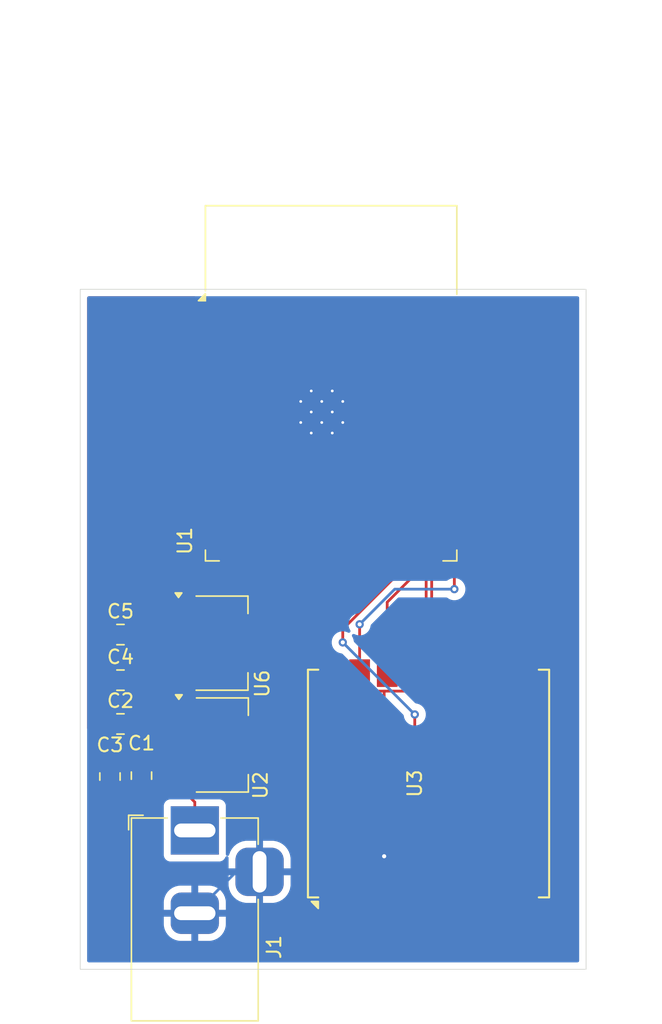
<source format=kicad_pcb>
(kicad_pcb (version 20241229) (generator "pcbnew") (generator_version "9.0")
  (layers (0 "F.Cu" signal) (2 "B.Cu" signal) (13 "F.Paste" user) (15 "B.Paste" user) (5 "F.SilkS" user "F.Silkscreen") (7 "B.SilkS" user "B.Silkscreen") (1 "F.Mask" user) (3 "B.Mask" user) (25 "Edge.Cuts" user))
  (net 0 "")
  (net 1 "GND")
  (net 2 "Net-(U2-VI)")
  (net 3 "+5V")
  (net 4 "+3.3V")
  (net 9 "/Soil_moisture")
  (net 21 "/MISO")
  (net 22 "/~{NSS}")
  (net 23 "/SCL")
  (net 24 "/SDA")
  (net 31 "/SCK")
  (net 32 "/~{RESET}")
  (net 35 "/MOSI")
  (net 36 "/DIO0")
  (net 37 "/DATA")
  (footprint "RF_Module:Ai-Thinker-Ra-01-LoRa" (layer "F.Cu") (at 143.129 103.759 90)
    (property "Reference" "U3" (at 0 -1 90) (layer "F.SilkS"))
    (property "Value" "Ai-Thinker-Ra-02")
    (fp_line (start 8.25 -8.75) (end 8.25 -8) (stroke (width 0.15)) (layer "F.SilkS"))
    (fp_line (start -8.25 -8.75) (end 8.25 -8.75) (stroke (width 0.15)) (layer "F.SilkS"))
    (fp_line (start -8.25 -8) (end -8.25 -8.75) (stroke (width 0.15)) (layer "F.SilkS"))
    (fp_line (start -8.25 8) (end -8.25 8.75) (stroke (width 0.15)) (layer "F.SilkS"))
    (fp_line (start 8.25 8.75) (end 8.25 8) (stroke (width 0.15)) (layer "F.SilkS"))
    (fp_line (start -8.25 8.75) (end 8.25 8.75) (stroke (width 0.15)) (layer "F.SilkS"))
    (fp_poly (pts (xy -8.55 -8) (xy -9.05 -8) (xy -8.55 -8.5) (xy -8.55 -8)) (stroke (width 0.12)) (fill yes) (layer "F.SilkS"))
    (pad "1" smd rect (at -8 -7 90) (size 2 1.5) (layers "F.Cu" "F.Mask" "F.Paste") (net 1 "GND"))
    (pad "2" smd rect (at -8 -5 90) (size 2 1.5) (layers "F.Cu" "F.Mask" "F.Paste") (net 1 "GND"))
    (pad "3" smd rect (at -8 -3 90) (size 2 1.5) (layers "F.Cu" "F.Mask" "F.Paste") (net 3 "+5V"))
    (pad "4" smd rect (at -8 -1 90) (size 2 1.5) (layers "F.Cu" "F.Mask" "F.Paste") (net 32 "/~{RESET}"))
    (pad "5" smd rect (at -8 1 90) (size 2 1.5) (layers "F.Cu" "F.Mask" "F.Paste") (net 36 "/DIO0"))
    (pad "6" smd rect (at -8 3 90) (size 2 1.5) (layers "F.Cu" "F.Mask" "F.Paste"))
    (pad "7" smd rect (at -8 5 90) (size 2 1.5) (layers "F.Cu" "F.Mask" "F.Paste"))
    (pad "8" smd rect (at -8 7 90) (size 2 1.5) (layers "F.Cu" "F.Mask" "F.Paste"))
    (pad "9" smd rect (at 8 7 90) (size 2 1.5) (layers "F.Cu" "F.Mask" "F.Paste") (net 1 "GND"))
    (pad "10" smd rect (at 8 5 90) (size 2 1.5) (layers "F.Cu" "F.Mask" "F.Paste"))
    (pad "11" smd rect (at 8 3 90) (size 2 1.5) (layers "F.Cu" "F.Mask" "F.Paste"))
    (pad "12" smd rect (at 8 1 90) (size 2 1.5) (layers "F.Cu" "F.Mask" "F.Paste") (net 31 "/SCK"))
    (pad "13" smd rect (at 8 -1 90) (size 2 1.5) (layers "F.Cu" "F.Mask" "F.Paste") (net 21 "/MISO"))
    (pad "14" smd rect (at 8 -3 90) (size 2 1.5) (layers "F.Cu" "F.Mask" "F.Paste") (net 35 "/MOSI"))
    (pad "15" smd rect (at 8 -5 90) (size 2 1.5) (layers "F.Cu" "F.Mask" "F.Paste") (net 22 "/~{NSS}"))
    (pad "16" smd rect (at 8 -7 90) (size 2 1.5) (layers "F.Cu" "F.Mask" "F.Paste") (net 1 "GND"))
  )
  (footprint "Connector_BarrelJack:BarrelJack_Horizontal" (layer "F.Cu") (at 126.1695 107.157 90)
    (property "Reference" "J1" (at -8.45 5.75 90) (layer "F.SilkS"))
    (property "Value" "Barrel_Jack_Switch")
    (fp_line (start 0.05 -4.8) (end 1.1 -4.8) (stroke (width 0.12)) (layer "F.SilkS"))
    (fp_line (start 0.9 -4.6) (end 0.9 -2) (stroke (width 0.12)) (layer "F.SilkS"))
    (fp_line (start -13.8 -4.6) (end 0.9 -4.6) (stroke (width 0.12)) (layer "F.SilkS"))
    (fp_line (start 1.1 -3.75) (end 1.1 -4.8) (stroke (width 0.12)) (layer "F.SilkS"))
    (fp_line (start 0.9 1.9) (end 0.9 4.6) (stroke (width 0.12)) (layer "F.SilkS"))
    (fp_line (start 0.9 4.6) (end -1 4.6) (stroke (width 0.12)) (layer "F.SilkS"))
    (fp_line (start -5 4.6) (end -13.8 4.6) (stroke (width 0.12)) (layer "F.SilkS"))
    (fp_line (start -13.8 4.6) (end -13.8 -4.6) (stroke (width 0.12)) (layer "F.SilkS"))
    (pad "1" thru_hole rect (at 0 0 90) (size 3.5 3.5) (drill oval 1 3) (layers "*.Cu" "*.Mask") (net 2 "Net-(U2-VI)"))
    (pad "2" thru_hole roundrect (at -6 0 90) (size 3 3.5) (drill oval 1 3) (layers "*.Cu" "*.Mask") (net 1 "GND"))
    (pad "3" thru_hole roundrect (at -3 4.7 90) (size 3.5 3.5) (drill oval 3 1) (layers "*.Cu" "*.Mask") (net 1 "GND"))
  )
  (footprint "Capacitor_SMD:C_0805_2012Metric" (layer "F.Cu") (at 122.301 103.185 90)
    (property "Reference" "C1" (at 2.347 0 180) (layer "F.SilkS"))
    (property "Value" "1u")
    (fp_line (start -0.261252 -0.735) (end 0.261252 -0.735) (stroke (width 0.12)) (layer "F.SilkS"))
    (fp_line (start -0.261252 0.735) (end 0.261252 0.735) (stroke (width 0.12)) (layer "F.SilkS"))
    (pad "1" smd roundrect (at -0.95 0 90) (size 1 1.45) (layers "F.Cu" "F.Mask" "F.Paste") (net 2 "Net-(U2-VI)"))
    (pad "2" smd roundrect (at 0.95 0 90) (size 1 1.45) (layers "F.Cu" "F.Mask" "F.Paste") (net 1 "GND"))
  )
  (footprint "Capacitor_SMD:C_0805_2012Metric" (layer "F.Cu") (at 120.777 99.441)
    (property "Reference" "C2" (at 0 -1.68 0) (layer "F.SilkS"))
    (property "Value" "0.1u")
    (fp_line (start -0.261252 -0.735) (end 0.261252 -0.735) (stroke (width 0.12)) (layer "F.SilkS"))
    (fp_line (start -0.261252 0.735) (end 0.261252 0.735) (stroke (width 0.12)) (layer "F.SilkS"))
    (pad "1" smd roundrect (at -0.95 0) (size 1 1.45) (layers "F.Cu" "F.Mask" "F.Paste") (net 3 "+5V"))
    (pad "2" smd roundrect (at 0.95 0) (size 1 1.45) (layers "F.Cu" "F.Mask" "F.Paste") (net 1 "GND"))
  )
  (footprint "RF_Module:ESP32-WROOM-32" (layer "F.Cu") (at 136.061 77.744)
    (property "Reference" "U1" (at -10.61 8.43 90) (layer "F.SilkS"))
    (property "Value" "ESP32-WROOM-32")
    (fp_line (start -9.12 -15.86) (end -9.12 -9.7) (stroke (width 0.12)) (layer "F.SilkS"))
    (fp_line (start -9.12 -15.86) (end 9.12 -15.86) (stroke (width 0.12)) (layer "F.SilkS"))
    (fp_line (start -9.12 9.1) (end -9.12 9.88) (stroke (width 0.12)) (layer "F.SilkS"))
    (fp_line (start -9.12 9.88) (end -8.12 9.88) (stroke (width 0.12)) (layer "F.SilkS"))
    (fp_line (start 9.12 -15.86) (end 9.12 -9.445) (stroke (width 0.12)) (layer "F.SilkS"))
    (fp_line (start 9.12 9.1) (end 9.12 9.88) (stroke (width 0.12)) (layer "F.SilkS"))
    (fp_line (start 9.12 9.88) (end 8.12 9.88) (stroke (width 0.12)) (layer "F.SilkS"))
    (fp_poly (pts (xy -9.125 -8.975) (xy -9.625 -8.975) (xy -9.125 -9.475) (xy -9.125 -8.975)) (stroke (width 0.12)) (fill yes) (layer "F.SilkS"))
    (pad "1" smd rect (at -8.75 -8.25) (size 1.5 0.9) (layers "F.Cu" "F.Mask" "F.Paste") (net 1 "GND"))
    (pad "2" smd rect (at -8.75 -6.98) (size 1.5 0.9) (layers "F.Cu" "F.Mask" "F.Paste") (net 4 "+3.3V"))
    (pad "3" smd rect (at -8.75 -5.71) (size 1.5 0.9) (layers "F.Cu" "F.Mask" "F.Paste") (net 4 "+3.3V"))
    (pad "4" smd rect (at -8.75 -4.44) (size 1.5 0.9) (layers "F.Cu" "F.Mask" "F.Paste"))
    (pad "5" smd rect (at -8.75 -3.17) (size 1.5 0.9) (layers "F.Cu" "F.Mask" "F.Paste"))
    (pad "6" smd rect (at -8.75 -1.9) (size 1.5 0.9) (layers "F.Cu" "F.Mask" "F.Paste"))
    (pad "7" smd rect (at -8.75 -0.63) (size 1.5 0.9) (layers "F.Cu" "F.Mask" "F.Paste"))
    (pad "8" smd rect (at -8.75 0.64) (size 1.5 0.9) (layers "F.Cu" "F.Mask" "F.Paste"))
    (pad "9" smd rect (at -8.75 1.91) (size 1.5 0.9) (layers "F.Cu" "F.Mask" "F.Paste"))
    (pad "10" smd rect (at -8.75 3.18) (size 1.5 0.9) (layers "F.Cu" "F.Mask" "F.Paste"))
    (pad "11" smd rect (at -8.75 4.45) (size 1.5 0.9) (layers "F.Cu" "F.Mask" "F.Paste") (net 9 "/Soil_moisture"))
    (pad "12" smd rect (at -8.75 5.72) (size 1.5 0.9) (layers "F.Cu" "F.Mask" "F.Paste"))
    (pad "13" smd rect (at -8.75 6.99) (size 1.5 0.9) (layers "F.Cu" "F.Mask" "F.Paste"))
    (pad "14" smd rect (at -8.75 8.26) (size 1.5 0.9) (layers "F.Cu" "F.Mask" "F.Paste"))
    (pad "15" smd rect (at -5.71 9.51 90) (size 1.5 0.9) (layers "F.Cu" "F.Mask" "F.Paste") (net 1 "GND"))
    (pad "16" smd rect (at -4.44 9.51 90) (size 1.5 0.9) (layers "F.Cu" "F.Mask" "F.Paste"))
    (pad "17" smd rect (at -3.17 9.51 90) (size 1.5 0.9) (layers "F.Cu" "F.Mask" "F.Paste"))
    (pad "18" smd rect (at -1.9 9.51 90) (size 1.5 0.9) (layers "F.Cu" "F.Mask" "F.Paste"))
    (pad "19" smd rect (at -0.63 9.51 90) (size 1.5 0.9) (layers "F.Cu" "F.Mask" "F.Paste"))
    (pad "20" smd rect (at 0.64 9.51 90) (size 1.5 0.9) (layers "F.Cu" "F.Mask" "F.Paste"))
    (pad "21" smd rect (at 1.91 9.51 90) (size 1.5 0.9) (layers "F.Cu" "F.Mask" "F.Paste"))
    (pad "22" smd rect (at 3.18 9.51 90) (size 1.5 0.9) (layers "F.Cu" "F.Mask" "F.Paste"))
    (pad "23" smd rect (at 4.45 9.51 90) (size 1.5 0.9) (layers "F.Cu" "F.Mask" "F.Paste"))
    (pad "24" smd rect (at 5.72 9.51 90) (size 1.5 0.9) (layers "F.Cu" "F.Mask" "F.Paste") (net 32 "/~{RESET}"))
    (pad "25" smd rect (at 8.75 8.26) (size 1.5 0.9) (layers "F.Cu" "F.Mask" "F.Paste"))
    (pad "26" smd rect (at 8.75 6.99) (size 1.5 0.9) (layers "F.Cu" "F.Mask" "F.Paste") (net 36 "/DIO0"))
    (pad "27" smd rect (at 8.75 5.72) (size 1.5 0.9) (layers "F.Cu" "F.Mask" "F.Paste"))
    (pad "28" smd rect (at 8.75 4.45) (size 1.5 0.9) (layers "F.Cu" "F.Mask" "F.Paste") (net 37 "/DATA"))
    (pad "29" smd rect (at 8.75 3.18) (size 1.5 0.9) (layers "F.Cu" "F.Mask" "F.Paste") (net 22 "/~{NSS}"))
    (pad "30" smd rect (at 8.75 1.91) (size 1.5 0.9) (layers "F.Cu" "F.Mask" "F.Paste") (net 31 "/SCK"))
    (pad "31" smd rect (at 8.75 0.64) (size 1.5 0.9) (layers "F.Cu" "F.Mask" "F.Paste") (net 21 "/MISO"))
    (pad "32" smd rect (at 8.75 -0.63) (size 1.5 0.9) (layers "F.Cu" "F.Mask" "F.Paste"))
    (pad "33" smd rect (at 8.75 -1.9) (size 1.5 0.9) (layers "F.Cu" "F.Mask" "F.Paste") (net 24 "/SDA"))
    (pad "34" smd rect (at 8.75 -3.17) (size 1.5 0.9) (layers "F.Cu" "F.Mask" "F.Paste"))
    (pad "35" smd rect (at 8.75 -4.44) (size 1.5 0.9) (layers "F.Cu" "F.Mask" "F.Paste"))
    (pad "36" smd rect (at 8.75 -5.71) (size 1.5 0.9) (layers "F.Cu" "F.Mask" "F.Paste") (net 23 "/SCL"))
    (pad "37" smd rect (at 8.75 -6.98) (size 1.5 0.9) (layers "F.Cu" "F.Mask" "F.Paste") (net 35 "/MOSI"))
    (pad "38" smd rect (at 8.75 -8.25) (size 1.5 0.9) (layers "F.Cu" "F.Mask" "F.Paste") (net 1 "GND"))
    (pad "39" smd rect (at -2.205 -2.435) (size 1.05 1.05) (layers "F.Cu" "F.Paste") (net 1 "GND"))
    (pad "39" thru_hole circle (at -2.205 -1.6725) (size 0.6 0.6) (drill 0.2) (property pad_prop_heatsink) (layers "*.Cu" "F.Mask") (net 1 "GND"))
    (pad "39" smd rect (at -2.205 -0.91) (size 1.05 1.05) (layers "F.Cu" "F.Paste") (net 1 "GND"))
    (pad "39" thru_hole circle (at -2.205 -0.1475) (size 0.6 0.6) (drill 0.2) (property pad_prop_heatsink) (layers "*.Cu" "F.Mask") (net 1 "GND"))
    (pad "39" smd rect (at -2.205 0.615) (size 1.05 1.05) (layers "F.Cu" "F.Paste") (net 1 "GND"))
    (pad "39" thru_hole circle (at -1.4425 -2.435) (size 0.6 0.6) (drill 0.2) (property pad_prop_heatsink) (layers "*.Cu" "F.Mask") (net 1 "GND"))
    (pad "39" thru_hole circle (at -1.4425 -0.91) (size 0.6 0.6) (drill 0.2) (property pad_prop_heatsink) (layers "*.Cu" "F.Mask") (net 1 "GND"))
    (pad "39" thru_hole circle (at -1.4425 0.615) (size 0.6 0.6) (drill 0.2) (property pad_prop_heatsink) (layers "*.Cu" "F.Mask") (net 1 "GND"))
    (pad "39" smd rect (at -0.68 -2.435) (size 1.05 1.05) (layers "F.Cu" "F.Paste") (net 1 "GND"))
    (pad "39" thru_hole circle (at -0.68 -1.6725) (size 0.6 0.6) (drill 0.2) (property pad_prop_heatsink) (layers "*.Cu" "F.Mask") (net 1 "GND"))
    (pad "39" smd rect (at -0.68 -0.91) (size 1.05 1.05) (layers "F.Cu" "F.Paste") (net 1 "GND"))
    (pad "39" smd rect (at -0.68 -0.91) (size 4.2 4.2) (property pad_prop_heatsink) (layers "F.Cu" "F.Mask") (net 1 "GND"))
    (pad "39" thru_hole circle (at -0.68 -0.1475) (size 0.6 0.6) (drill 0.2) (property pad_prop_heatsink) (layers "*.Cu" "F.Mask") (net 1 "GND"))
    (pad "39" smd rect (at -0.68 0.615) (size 1.05 1.05) (layers "F.Cu" "F.Paste") (net 1 "GND"))
    (pad "39" thru_hole circle (at 0.0825 -2.435) (size 0.6 0.6) (drill 0.2) (property pad_prop_heatsink) (layers "*.Cu" "F.Mask") (net 1 "GND"))
    (pad "39" thru_hole circle (at 0.0825 -0.91) (size 0.6 0.6) (drill 0.2) (property pad_prop_heatsink) (layers "*.Cu" "F.Mask") (net 1 "GND"))
    (pad "39" thru_hole circle (at 0.0825 0.615) (size 0.6 0.6) (drill 0.2) (property pad_prop_heatsink) (layers "*.Cu" "F.Mask") (net 1 "GND"))
    (pad "39" smd rect (at 0.845 -2.435) (size 1.05 1.05) (layers "F.Cu" "F.Paste") (net 1 "GND"))
    (pad "39" thru_hole circle (at 0.845 -1.6725) (size 0.6 0.6) (drill 0.2) (property pad_prop_heatsink) (layers "*.Cu" "F.Mask") (net 1 "GND"))
    (pad "39" smd rect (at 0.845 -0.91) (size 1.05 1.05) (layers "F.Cu" "F.Paste") (net 1 "GND"))
    (pad "39" thru_hole circle (at 0.845 -0.1475) (size 0.6 0.6) (drill 0.2) (property pad_prop_heatsink) (layers "*.Cu" "F.Mask") (net 1 "GND"))
    (pad "39" smd rect (at 0.845 0.615) (size 1.05 1.05) (layers "F.Cu" "F.Paste") (net 1 "GND"))
    (zone (net 0) (net_name "") (layers "F.Cu" "B.Cu") (connect_pads (clearance 0)) (min_thickness 0.254)
      (keepout (tracks not_allowed) (vias not_allowed) (pads not_allowed) (copperpour not_allowed) (footprints not_allowed))
      (fill (thermal_gap 0.508) (thermal_bridge_width 0.508))
      (polygon (pts (xy 112.061 67.944) (xy 160.061 67.944) (xy 160.061 47.004) (xy 112.061 47.004)))
    )
  )
  (footprint "Package_TO_SOT_SMD:SOT-223-3_TabPin2" (layer "F.Cu") (at 128.143 100.965)
    (property "Reference" "U2" (at 2.794 2.921 270) (layer "F.SilkS"))
    (property "Value" "AMS1117")
    (fp_line (start -1.85 -3.41) (end 1.91 -3.41) (stroke (width 0.12)) (layer "F.SilkS"))
    (fp_line (start -1.85 3.41) (end 1.91 3.41) (stroke (width 0.12)) (layer "F.SilkS"))
    (fp_line (start 1.91 -3.41) (end 1.91 -2.15) (stroke (width 0.12)) (layer "F.SilkS"))
    (fp_line (start 1.91 3.41) (end 1.91 2.15) (stroke (width 0.12)) (layer "F.SilkS"))
    (fp_poly (pts (xy -3.13 -3.31) (xy -3.37 -3.64) (xy -2.89 -3.64) (xy -3.13 -3.31)) (stroke (width 0.12)) (fill yes) (layer "F.SilkS"))
    (pad "1" smd roundrect (at -3.15 -2.3) (size 2 1.5) (layers "F.Cu" "F.Mask" "F.Paste") (net 1 "GND"))
    (pad "2" smd roundrect (at -3.15 0) (size 2 1.5) (layers "F.Cu" "F.Mask" "F.Paste") (net 3 "+5V"))
    (pad "2" smd roundrect (at 3.15 0) (size 2 3.8) (layers "F.Cu" "F.Mask" "F.Paste") (net 3 "+5V"))
    (pad "3" smd roundrect (at -3.15 2.3) (size 2 1.5) (layers "F.Cu" "F.Mask" "F.Paste") (net 2 "Net-(U2-VI)"))
  )
  (footprint "Capacitor_SMD:C_0805_2012Metric" (layer "F.Cu") (at 120.777 96.266)
    (property "Reference" "C4" (at 0 -1.68 0) (layer "F.SilkS"))
    (property "Value" "0.1u")
    (fp_line (start -0.261252 -0.735) (end 0.261252 -0.735) (stroke (width 0.12)) (layer "F.SilkS"))
    (fp_line (start -0.261252 0.735) (end 0.261252 0.735) (stroke (width 0.12)) (layer "F.SilkS"))
    (pad "1" smd roundrect (at -0.95 0) (size 1 1.45) (layers "F.Cu" "F.Mask" "F.Paste") (net 3 "+5V"))
    (pad "2" smd roundrect (at 0.95 0) (size 1 1.45) (layers "F.Cu" "F.Mask" "F.Paste") (net 1 "GND"))
  )
  (footprint "Capacitor_SMD:C_0805_2012Metric" (layer "F.Cu") (at 120.777 92.964)
    (property "Reference" "C5" (at 0 -1.68 0) (layer "F.SilkS"))
    (property "Value" "0.1u")
    (fp_line (start -0.261252 -0.735) (end 0.261252 -0.735) (stroke (width 0.12)) (layer "F.SilkS"))
    (fp_line (start -0.261252 0.735) (end 0.261252 0.735) (stroke (width 0.12)) (layer "F.SilkS"))
    (pad "1" smd roundrect (at -0.95 0) (size 1 1.45) (layers "F.Cu" "F.Mask" "F.Paste") (net 4 "+3.3V"))
    (pad "2" smd roundrect (at 0.95 0) (size 1 1.45) (layers "F.Cu" "F.Mask" "F.Paste") (net 1 "GND"))
  )
  (footprint "Capacitor_SMD:C_0805_2012Metric" (layer "F.Cu") (at 120.015 103.251 90)
    (property "Reference" "C3" (at 2.286 0 180) (layer "F.SilkS"))
    (property "Value" "1u")
    (fp_line (start -0.261252 -0.735) (end 0.261252 -0.735) (stroke (width 0.12)) (layer "F.SilkS"))
    (fp_line (start -0.261252 0.735) (end 0.261252 0.735) (stroke (width 0.12)) (layer "F.SilkS"))
    (pad "1" smd roundrect (at -0.95 0 90) (size 1 1.45) (layers "F.Cu" "F.Mask" "F.Paste") (net 2 "Net-(U2-VI)"))
    (pad "2" smd roundrect (at 0.95 0 90) (size 1 1.45) (layers "F.Cu" "F.Mask" "F.Paste") (net 1 "GND"))
  )
  (footprint "Package_TO_SOT_SMD:SOT-223-3_TabPin2" (layer "F.Cu") (at 128.118 93.585)
    (property "Reference" "U6" (at 2.946 2.935 90) (layer "F.SilkS"))
    (property "Value" "AMS1117")
    (fp_line (start -1.85 -3.41) (end 1.91 -3.41) (stroke (width 0.12)) (layer "F.SilkS"))
    (fp_line (start -1.85 3.41) (end 1.91 3.41) (stroke (width 0.12)) (layer "F.SilkS"))
    (fp_line (start 1.91 -3.41) (end 1.91 -2.15) (stroke (width 0.12)) (layer "F.SilkS"))
    (fp_line (start 1.91 3.41) (end 1.91 2.15) (stroke (width 0.12)) (layer "F.SilkS"))
    (fp_poly (pts (xy -3.13 -3.31) (xy -3.37 -3.64) (xy -2.89 -3.64) (xy -3.13 -3.31)) (stroke (width 0.12)) (fill yes) (layer "F.SilkS"))
    (pad "1" smd roundrect (at -3.15 -2.3) (size 2 1.5) (layers "F.Cu" "F.Mask" "F.Paste") (net 1 "GND"))
    (pad "2" smd roundrect (at -3.15 0) (size 2 1.5) (layers "F.Cu" "F.Mask" "F.Paste") (net 4 "+3.3V"))
    (pad "2" smd roundrect (at 3.15 0) (size 2 3.8) (layers "F.Cu" "F.Mask" "F.Paste") (net 4 "+3.3V"))
    (pad "3" smd roundrect (at -3.15 2.3) (size 2 1.5) (layers "F.Cu" "F.Mask" "F.Paste") (net 3 "+5V"))
  )
  (gr_rect (start 117.856 67.945) (end 154.559 117.221) (stroke (width 0.05)) (fill no) (layer "Edge.Cuts"))
  (segment (start 131.071 79.1857) (end 130.351 79.9057) (width 0.2) (layer "F.Cu") (net 1))
  (segment (start 134.6185 76.834) (end 134.6185 75.309) (width 0.2) (layer "F.Cu") (net 1))
  (segment (start 136.1435 76.834) (end 136.1435 75.309) (width 0.2) (layer "F.Cu") (net 1))
  (segment (start 121.727 101.661) (end 121.727 99.441) (width 0.2) (layer "F.Cu") (net 1))
  (segment (start 122.301 102.235) (end 121.727 101.661) (width 0.2) (layer "F.Cu") (net 1))
  (segment (start 127.311 69.494) (end 128.3627 69.494) (width 0.2) (layer "F.Cu") (net 1))
  (segment (start 130.8695 104.5415) (end 130.8695 110.157) (width 0.2) (layer "F.Cu") (net 1))
  (segment (start 130.351 87.254) (end 130.351 88.3057) (width 0.2) (layer "F.Cu") (net 1))
  (segment (start 139.9086 97.0607) (end 136.129 97.0607) (width 0.2) (layer "F.Cu") (net 1))
  (segment (start 121.727 96.266) (end 121.727 92.964) (width 0.2) (layer "F.Cu") (net 1))
  (segment (start 122.301 102.235) (end 122.301 101.357) (width 0.2) (layer "F.Cu") (net 1))
  (segment (start 133.856 79.1857) (end 131.071 79.1857) (width 0.2) (layer "F.Cu") (net 1))
  (segment (start 133.856 77.5965) (end 133.856 78.359) (width 0.2) (layer "F.Cu") (net 1))
  (segment (start 133.856 76.0715) (end 133.856 75.309) (width 0.2) (layer "F.Cu") (net 1))
  (segment (start 128.3627 69.494) (end 131.071 72.2023) (width 0.2) (layer "F.Cu") (net 1))
  (segment (start 150.129 97.0607) (end 139.9086 97.0607) (width 0.2) (layer "F.Cu") (net 1))
  (segment (start 124.968 91.285) (end 127.9473 88.3057) (width 0.2) (layer "F.Cu") (net 1))
  (segment (start 120.015 102.301) (end 121.087 102.301) (width 0.2) (layer "F.Cu") (net 1))
  (segment (start 124.993 98.665) (end 130.8695 104.5415) (width 0.2) (layer "F.Cu") (net 1))
  (segment (start 130.351 79.9057) (end 130.351 87.254) (width 0.2) (layer "F.Cu") (net 1))
  (segment (start 121.087 102.301) (end 121.727 101.661) (width 0.2) (layer "F.Cu") (net 1))
  (segment (start 133.856 78.359) (end 133.856 79.1857) (width 0.2) (layer "F.Cu") (net 1))
  (segment (start 135.381 76.0715) (end 135.381 75.309) (width 0.2) (layer "F.Cu") (net 1))
  (segment (start 136.129 94.0837) (end 130.351 88.3057) (width 0.2) (layer "F.Cu") (net 1))
  (segment (start 136.129 95.759) (end 136.129 94.0837) (width 0.2) (layer "F.Cu") (net 1))
  (segment (start 130.8695 110.157) (end 133.4753 110.157) (width 0.2) (layer "F.Cu") (net 1))
  (segment (start 136.906 77.5965) (end 136.906 76.834) (width 0.2) (layer "F.Cu") (net 1))
  (segment (start 127.9473 88.3057) (end 130.351 88.3057) (width 0.2) (layer "F.Cu") (net 1))
  (segment (start 136.1435 76.834) (end 136.1435 78.359) (width 0.2) (layer "F.Cu") (net 1))
  (segment (start 136.906 76.834) (end 136.906 76.0715) (width 0.2) (layer "F.Cu") (net 1))
  (segment (start 131.071 72.2023) (end 131.071 79.1857) (width 0.2) (layer "F.Cu") (net 1))
  (segment (start 136.129 95.759) (end 136.129 97.0607) (width 0.2) (layer "F.Cu") (net 1))
  (segment (start 144.811 69.494) (end 143.5477 69.494) (width 0.2) (layer "F.Cu") (net 1))
  (segment (start 133.4753 110.157) (end 135.0773 111.759) (width 0.2) (layer "F.Cu") (net 1))
  (segment (start 135.381 76.834) (end 135.381 76.0715) (width 0.2) (layer "F.Cu") (net 1))
  (segment (start 135.381 78.359) (end 135.381 77.5965) (width 0.2) (layer "F.Cu") (net 1))
  (segment (start 136.906 78.359) (end 136.906 77.5965) (width 0.2) (layer "F.Cu") (net 1))
  (segment (start 136.129 111.759) (end 135.0773 111.759) (width 0.2) (layer "F.Cu") (net 1))
  (segment (start 133.856 77.5965) (end 133.856 76.834) (width 0.2) (layer "F.Cu") (net 1))
  (segment (start 136.906 75.309) (end 137.7327 75.309) (width 0.2) (layer "F.Cu") (net 1))
  (segment (start 136.906 76.0715) (end 136.906 75.309) (width 0.2) (layer "F.Cu") (net 1))
  (segment (start 138.129 111.759) (end 136.129 111.759) (width 0.2) (layer "F.Cu") (net 1))
  (segment (start 143.5477 69.494) (end 137.7327 75.309) (width 0.2) (layer "F.Cu") (net 1))
  (segment (start 122.301 101.357) (end 124.993 98.665) (width 0.2) (layer "F.Cu") (net 1))
  (segment (start 150.129 95.759) (end 150.129 97.0607) (width 0.2) (layer "F.Cu") (net 1))
  (segment (start 121.727 99.441) (end 121.727 96.266) (width 0.2) (layer "F.Cu") (net 1))
  (segment (start 139.9086 109.0285) (end 139.9086 97.0607) (width 0.2) (layer "F.Cu") (net 1))
  (segment (start 133.856 76.834) (end 133.856 76.0715) (width 0.2) (layer "F.Cu") (net 1))
  (segment (start 135.381 77.5965) (end 135.381 76.834) (width 0.2) (layer "F.Cu") (net 1))
  (via (at 139.9086 109.0285) (size 0.6) (drill 0.3) (layers "F.Cu" "B.Cu") (net 1))
  (segment (start 136.906 76.0715) (end 135.381 76.0715) (width 0.2) (layer "B.Cu") (net 1))
  (segment (start 135.381 77.5965) (end 133.856 77.5965) (width 0.2) (layer "B.Cu") (net 1))
  (segment (start 130.8695 110.157) (end 138.7801 110.157) (width 0.2) (layer "B.Cu") (net 1))
  (segment (start 126.1695 113.157) (end 129.1695 110.157) (width 0.2) (layer "B.Cu") (net 1))
  (segment (start 135.381 75.309) (end 134.6185 75.309) (width 0.2) (layer "B.Cu") (net 1))
  (segment (start 136.1435 75.309) (end 135.381 75.309) (width 0.2) (layer "B.Cu") (net 1))
  (segment (start 136.1435 78.359) (end 134.6185 78.359) (width 0.2) (layer "B.Cu") (net 1))
  (segment (start 135.381 75.309) (end 135.381 76.0715) (width 0.2) (layer "B.Cu") (net 1))
  (segment (start 138.7801 110.157) (end 139.9086 109.0285) (width 0.2) (layer "B.Cu") (net 1))
  (segment (start 129.1695 110.157) (end 130.8695 110.157) (width 0.2) (layer "B.Cu") (net 1))
  (segment (start 122.301 104.135) (end 120.081 104.135) (width 0.2) (layer "F.Cu") (net 2))
  (segment (start 124.993 103.9288) (end 124.993 103.265) (width 0.2) (layer "F.Cu") (net 2))
  (segment (start 120.081 104.135) (end 120.015 104.201) (width 0.2) (layer "F.Cu") (net 2))
  (segment (start 126.1695 107.157) (end 126.1695 105.1053) (width 0.2) (layer "F.Cu") (net 2))
  (segment (start 122.301 104.135) (end 124.123 104.135) (width 0.2) (layer "F.Cu") (net 2))
  (segment (start 126.1695 105.1053) (end 124.993 103.9288) (width 0.2) (layer "F.Cu") (net 2))
  (segment (start 124.123 104.135) (end 124.993 103.265) (width 0.2) (layer "F.Cu") (net 2))
  (segment (start 124.993 100.965) (end 124.993 101.0701) (width 0.2) (layer "F.Cu") (net 3))
  (segment (start 118.955 100.313) (end 119.827 99.441) (width 0.2) (layer "F.Cu") (net 3))
  (segment (start 124.993 101.0701) (end 122.9552 103.1079) (width 0.2) (layer "F.Cu") (net 3))
  (segment (start 140.129 110.0997) (end 140.129 111.759) (width 0.2) (layer "F.Cu") (net 3))
  (segment (start 120.777 92.3675) (end 120.777 95.316) (width 0.2) (layer "F.Cu") (net 3))
  (segment (start 131.293 101.2637) (end 140.129 110.0997) (width 0.2) (layer "F.Cu") (net 3))
  (segment (start 121.2103 91.9342) (end 120.777 92.3675) (width 0.2) (layer "F.Cu") (net 3))
  (segment (start 118.955 102.7987) (end 118.955 100.313) (width 0.2) (layer "F.Cu") (net 3))
  (segment (start 119.827 99.441) (end 119.827 96.266) (width 0.2) (layer "F.Cu") (net 3))
  (segment (start 123.1927 94.1097) (end 123.1927 92.9232) (width 0.2) (layer "F.Cu") (net 3))
  (segment (start 124.968 95.885) (end 123.1927 94.1097) (width 0.2) (layer "F.Cu") (net 3))
  (segment (start 126.213 95.885) (end 124.968 95.885) (width 0.2) (layer "F.Cu") (net 3))
  (segment (start 123.1927 92.9232) (end 122.2037 91.9342) (width 0.2) (layer "F.Cu") (net 3))
  (segment (start 122.2037 91.9342) (end 121.2103 91.9342) (width 0.2) (layer "F.Cu") (net 3))
  (segment (start 131.293 100.965) (end 131.293 101.2637) (width 0.2) (layer "F.Cu") (net 3))
  (segment (start 131.293 100.965) (end 126.213 95.885) (width 0.2) (layer "F.Cu") (net 3))
  (segment (start 122.9552 103.1079) (end 119.2642 103.1079) (width 0.2) (layer "F.Cu") (net 3))
  (segment (start 119.2642 103.1079) (end 118.955 102.7987) (width 0.2) (layer "F.Cu") (net 3))
  (segment (start 120.777 95.316) (end 119.827 96.266) (width 0.2) (layer "F.Cu") (net 3))
  (segment (start 122.8833 91.5275) (end 120.9795 91.5275) (width 0.2) (layer "F.Cu") (net 4))
  (segment (start 131.268 93.585) (end 124.968 93.585) (width 0.2) (layer "F.Cu") (net 4))
  (segment (start 127.311 72.034) (end 128.3627 72.034) (width 0.2) (layer "F.Cu") (net 4))
  (segment (start 127.311 70.764) (end 128.3627 70.764) (width 0.2) (layer "F.Cu") (net 4))
  (segment (start 128.3627 72.034) (end 128.3627 70.764) (width 0.2) (layer "F.Cu") (net 4))
  (segment (start 122.8833 91.5275) (end 124.9408 93.585) (width 0.2) (layer "F.Cu") (net 4))
  (segment (start 119.827 92.68) (end 119.827 92.964) (width 0.2) (layer "F.Cu") (net 4))
  (segment (start 127.311 72.034) (end 126.2593 72.034) (width 0.2) (layer "F.Cu") (net 4))
  (segment (start 126.2593 72.034) (end 122.8833 75.41) (width 0.2) (layer "F.Cu") (net 4))
  (segment (start 122.8833 75.41) (end 122.8833 91.5275) (width 0.2) (layer "F.Cu") (net 4))
  (segment (start 124.9408 93.585) (end 124.968 93.585) (width 0.2) (layer "F.Cu") (net 4))
  (segment (start 120.9795 91.5275) (end 119.827 92.68) (width 0.2) (layer "F.Cu") (net 4))
  (segment (start 143.7593 78.384) (end 142.9559 79.1874) (width 0.2) (layer "F.Cu") (net 21))
  (segment (start 142.9559 79.1874) (end 142.9559 93.6304) (width 0.2) (layer "F.Cu") (net 21))
  (segment (start 142.129 95.759) (end 142.129 94.4573) (width 0.2) (layer "F.Cu") (net 21))
  (segment (start 144.811 78.384) (end 143.7593 78.384) (width 0.2) (layer "F.Cu") (net 21))
  (segment (start 142.9559 93.6304) (end 142.129 94.4573) (width 0.2) (layer "F.Cu") (net 21))
  (segment (start 145.001 87.8207) (end 145.0011 87.8207) (width 0.2) (layer "F.Cu") (net 22))
  (segment (start 143.7593 80.924) (end 143.7593 86.579) (width 0.2) (layer "F.Cu") (net 22))
  (segment (start 144.811 80.924) (end 143.7593 80.924) (width 0.2) (layer "F.Cu") (net 22))
  (segment (start 138.129 92.2206) (end 138.129 95.759) (width 0.2) (layer "F.Cu") (net 22))
  (segment (start 145.0011 87.8207) (end 145.0011 89.6722) (width 0.2) (layer "F.Cu") (net 22))
  (segment (start 143.7593 86.579) (end 145.001 87.8207) (width 0.2) (layer "F.Cu") (net 22))
  (via (at 138.129 92.2206) (size 0.6) (drill 0.3) (layers "F.Cu" "B.Cu") (net 22))
  (via (at 145.0011 89.6722) (size 0.6) (drill 0.3) (layers "F.Cu" "B.Cu") (net 22))
  (segment (start 145.0011 89.6722) (end 140.6774 89.6722) (width 0.2) (layer "B.Cu") (net 22))
  (segment (start 140.6774 89.6722) (end 138.129 92.2206) (width 0.2) (layer "B.Cu") (net 22))
  (segment (start 143.3576 80.0557) (end 143.3576 93.6859) (width 0.2) (layer "F.Cu") (net 31))
  (segment (start 144.129 95.759) (end 144.129 94.4573) (width 0.2) (layer "F.Cu") (net 31))
  (segment (start 144.811 79.654) (end 143.7593 79.654) (width 0.2) (layer "F.Cu") (net 31))
  (segment (start 143.3576 93.6859) (end 144.129 94.4573) (width 0.2) (layer "F.Cu") (net 31))
  (segment (start 143.7593 79.654) (end 143.3576 80.0557) (width 0.2) (layer "F.Cu") (net 31))
  (segment (start 136.9054 92.5758) (end 136.9054 93.53) (width 0.2) (layer "F.Cu") (net 32))
  (segment (start 141.781 87.254) (end 141.781 88.3057) (width 0.2) (layer "F.Cu") (net 32))
  (segment (start 141.781 88.3057) (end 141.1755 88.3057) (width 0.2) (layer "F.Cu") (net 32))
  (segment (start 142.129 98.7536) (end 142.129 111.759) (width 0.2) (layer "F.Cu") (net 32))
  (segment (start 141.1755 88.3057) (end 136.9054 92.5758) (width 0.2) (layer "F.Cu") (net 32))
  (via (at 136.9054 93.53) (size 0.6) (drill 0.3) (layers "F.Cu" "B.Cu") (net 32))
  (via (at 142.129 98.7536) (size 0.6) (drill 0.3) (layers "F.Cu" "B.Cu") (net 32))
  (segment (start 136.9054 93.53) (end 142.129 98.7536) (width 0.2) (layer "B.Cu") (net 32))
  (segment (start 142.5542 71.9691) (end 142.5542 88.1935) (width 0.2) (layer "F.Cu") (net 35))
  (segment (start 140.129 90.6187) (end 140.129 95.759) (width 0.2) (layer "F.Cu") (net 35))
  (segment (start 142.5542 88.1935) (end 140.129 90.6187) (width 0.2) (layer "F.Cu") (net 35))
  (segment (start 143.7593 70.764) (end 142.5542 71.9691) (width 0.2) (layer "F.Cu") (net 35))
  (segment (start 144.811 70.764) (end 143.7593 70.764) (width 0.2) (layer "F.Cu") (net 35))
  (segment (start 144.129 109.4944) (end 144.129 111.759) (width 0.2) (layer "F.Cu") (net 36))
  (segment (start 151.1807 102.4427) (end 144.129 109.4944) (width 0.2) (layer "F.Cu") (net 36))
  (segment (start 144.811 84.734) (end 145.8627 84.734) (width 0.2) (layer "F.Cu") (net 36))
  (segment (start 151.1807 90.052) (end 151.1807 102.4427) (width 0.2) (layer "F.Cu") (net 36))
  (segment (start 145.8627 84.734) (end 151.1807 90.052) (width 0.2) (layer "F.Cu") (net 36))
  (zone (net 4) (net_name "+3.3V") (layer "F.Cu") (connect_pads (clearance 0.5)) (min_thickness 0.25) (fill yes (thermal_gap 0.5) (thermal_bridge_width 0.5))
    (polygon (pts (xy 117.856 67.945) (xy 154.559 67.945) (xy 154.559 117.221) (xy 117.856 117.221)))
  )
  (zone (net 1) (net_name "GND") (layer "B.Cu") (priority 1) (connect_pads (clearance 0.5)) (min_thickness 0.25) (fill yes (thermal_gap 0.5) (thermal_bridge_width 0.5))
    (polygon (pts (xy 117.856 67.945) (xy 154.559 67.945) (xy 154.559 117.221) (xy 117.856 117.221)))
  )
)
</source>
